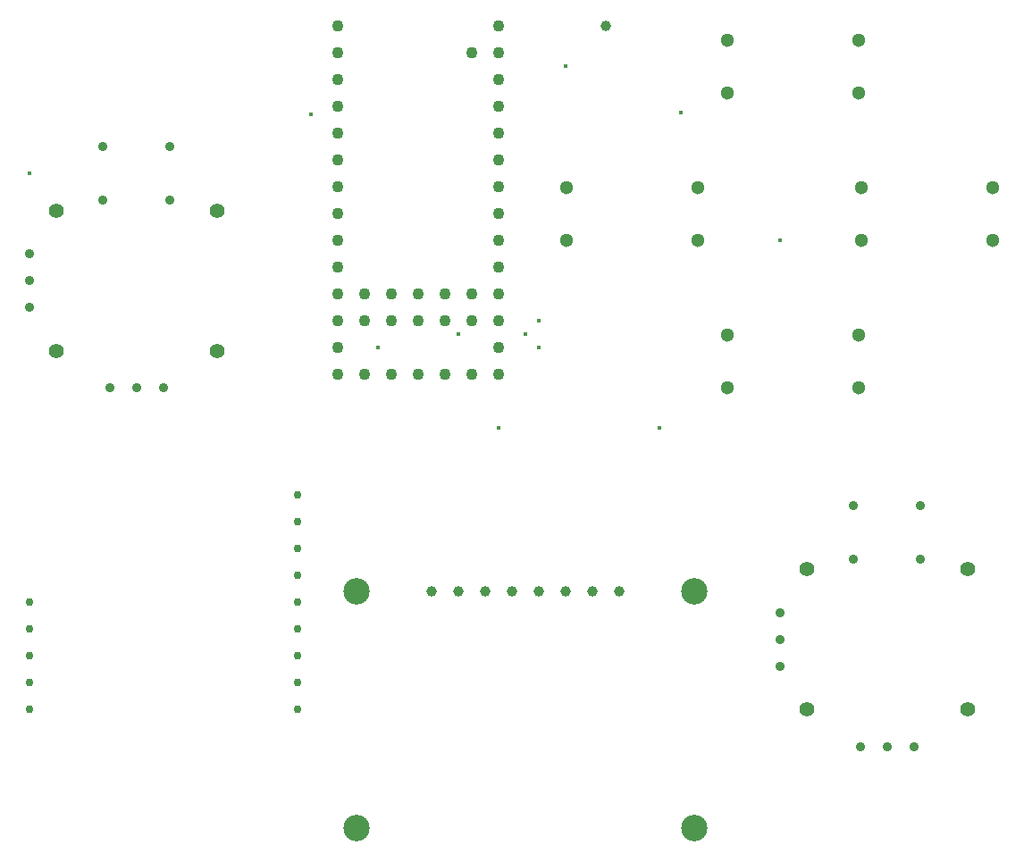
<source format=gbr>
%TF.GenerationSoftware,KiCad,Pcbnew,(6.0.7-1)-1*%
%TF.CreationDate,2023-03-26T15:29:39-04:00*%
%TF.ProjectId,RC_PCB,52435f50-4342-42e6-9b69-6361645f7063,rev?*%
%TF.SameCoordinates,Original*%
%TF.FileFunction,Plated,1,2,PTH,Drill*%
%TF.FilePolarity,Positive*%
%FSLAX46Y46*%
G04 Gerber Fmt 4.6, Leading zero omitted, Abs format (unit mm)*
G04 Created by KiCad (PCBNEW (6.0.7-1)-1) date 2023-03-26 15:29:39*
%MOMM*%
%LPD*%
G01*
G04 APERTURE LIST*
%TA.AperFunction,ViaDrill*%
%ADD10C,0.400000*%
%TD*%
%TA.AperFunction,ComponentDrill*%
%ADD11C,0.762000*%
%TD*%
%TA.AperFunction,ComponentDrill*%
%ADD12C,0.889000*%
%TD*%
%TA.AperFunction,ComponentDrill*%
%ADD13C,0.900000*%
%TD*%
%TA.AperFunction,ComponentDrill*%
%ADD14C,1.000000*%
%TD*%
%TA.AperFunction,ComponentDrill*%
%ADD15C,1.100000*%
%TD*%
%TA.AperFunction,ComponentDrill*%
%ADD16C,1.300000*%
%TD*%
%TA.AperFunction,ComponentDrill*%
%ADD17C,1.397000*%
%TD*%
%TA.AperFunction,ComponentDrill*%
%ADD18C,2.500000*%
%TD*%
G04 APERTURE END LIST*
D10*
X110490000Y-66040000D03*
X137160000Y-60414500D03*
X143510000Y-82550000D03*
X151130000Y-81280000D03*
X154940000Y-90170000D03*
X157480000Y-81280000D03*
X158750000Y-80010000D03*
X158750000Y-82550000D03*
X161290000Y-55880000D03*
X170180000Y-90170000D03*
X172207700Y-60235500D03*
X181610000Y-72390000D03*
D11*
%TO.C,U1*%
X110490000Y-106680000D03*
X110490000Y-109220000D03*
X110490000Y-111760000D03*
X110490000Y-114300000D03*
X110490000Y-116840000D03*
X135890000Y-96520000D03*
X135890000Y-99060000D03*
X135890000Y-101600000D03*
X135890000Y-104140000D03*
X135890000Y-106680000D03*
X135890000Y-109220000D03*
X135890000Y-111760000D03*
X135890000Y-114300000D03*
X135890000Y-116840000D03*
D12*
%TO.C,U4*%
X110490000Y-73660000D03*
X110490000Y-76200000D03*
X110490000Y-78740000D03*
X118110000Y-86360000D03*
X120650000Y-86360000D03*
X123190000Y-86360000D03*
%TO.C,U5*%
X181610000Y-107632500D03*
X181610000Y-110172500D03*
X181610000Y-112712500D03*
X189230000Y-120332500D03*
X191770000Y-120332500D03*
X194310000Y-120332500D03*
D13*
%TO.C,U4*%
X117475000Y-63500000D03*
X117475000Y-68580000D03*
X123825000Y-63500000D03*
X123825000Y-68580000D03*
%TO.C,U5*%
X188595000Y-97472500D03*
X188595000Y-102552500D03*
X194945000Y-97472500D03*
X194945000Y-102552500D03*
D14*
%TO.C,U3*%
X148590000Y-105660000D03*
X151130000Y-105660000D03*
X153670000Y-105660000D03*
X156210000Y-105660000D03*
X158750000Y-105660000D03*
X161290000Y-105660000D03*
X163830000Y-105660000D03*
%TO.C,JT1*%
X165100000Y-52070000D03*
%TO.C,U3*%
X166370000Y-105660000D03*
D15*
%TO.C,U2*%
X139700000Y-52070000D03*
X139700000Y-54610000D03*
X139700000Y-57150000D03*
X139700000Y-59690000D03*
X139700000Y-62230000D03*
X139700000Y-64770000D03*
X139700000Y-67310000D03*
X139700000Y-69850000D03*
X139700000Y-72390000D03*
X139700000Y-74930000D03*
X139700000Y-77470000D03*
X139700000Y-80010000D03*
X139700000Y-82550000D03*
X139700000Y-85090000D03*
X142240000Y-77470000D03*
X142240000Y-80010000D03*
X142240000Y-85090000D03*
X144780000Y-77470000D03*
X144780000Y-80010000D03*
X144780000Y-85090000D03*
X147320000Y-77470000D03*
X147320000Y-80010000D03*
X147320000Y-85090000D03*
X149860000Y-77470000D03*
X149860000Y-80010000D03*
X149860000Y-85090000D03*
X152400000Y-54610000D03*
X152400000Y-77470000D03*
X152400000Y-80010000D03*
X152400000Y-85090000D03*
X154940000Y-52070000D03*
X154940000Y-54610000D03*
X154940000Y-57150000D03*
X154940000Y-59690000D03*
X154940000Y-62230000D03*
X154940000Y-64770000D03*
X154940000Y-67310000D03*
X154940000Y-69850000D03*
X154940000Y-72390000D03*
X154940000Y-74930000D03*
X154940000Y-77470000D03*
X154940000Y-80010000D03*
X154940000Y-82550000D03*
X154940000Y-85090000D03*
D16*
%TO.C,SW2*%
X161400000Y-67350000D03*
X161400000Y-72350000D03*
X173900000Y-67350000D03*
X173900000Y-72350000D03*
%TO.C,SW1*%
X176640000Y-53380000D03*
X176640000Y-58380000D03*
%TO.C,SW4*%
X176640000Y-81320000D03*
X176640000Y-86320000D03*
%TO.C,SW1*%
X189140000Y-53380000D03*
X189140000Y-58380000D03*
%TO.C,SW4*%
X189140000Y-81320000D03*
X189140000Y-86320000D03*
%TO.C,SW3*%
X189340000Y-67350000D03*
X189340000Y-72350000D03*
X201840000Y-67350000D03*
X201840000Y-72350000D03*
D17*
%TO.C,U4*%
X113030000Y-69532500D03*
X113030000Y-82867500D03*
X128270000Y-69532500D03*
X128270000Y-82867500D03*
%TO.C,U5*%
X184150000Y-103505000D03*
X184150000Y-116840000D03*
X199390000Y-103505000D03*
X199390000Y-116840000D03*
D18*
%TO.C,U3*%
X141480000Y-105590000D03*
X141480000Y-128090000D03*
X173480000Y-105590000D03*
X173480000Y-128090000D03*
M02*

</source>
